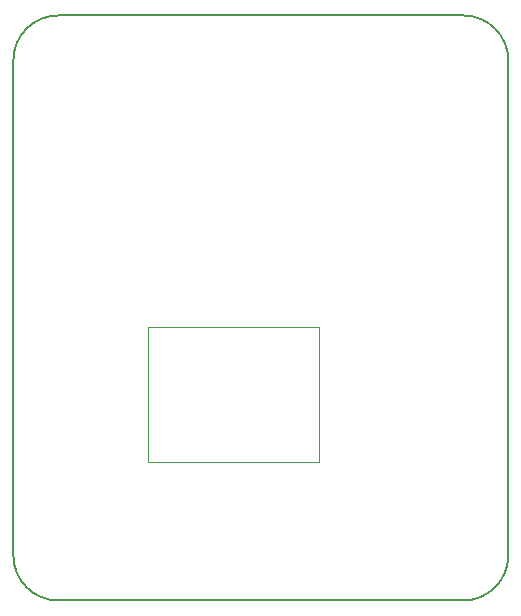
<source format=gbr>
G04 #@! TF.GenerationSoftware,KiCad,Pcbnew,(5.1.6)-1*
G04 #@! TF.CreationDate,2020-07-11T11:36:55-07:00*
G04 #@! TF.ProjectId,stepper_analyzer,73746570-7065-4725-9f61-6e616c797a65,rev?*
G04 #@! TF.SameCoordinates,Original*
G04 #@! TF.FileFunction,Profile,NP*
%FSLAX46Y46*%
G04 Gerber Fmt 4.6, Leading zero omitted, Abs format (unit mm)*
G04 Created by KiCad (PCBNEW (5.1.6)-1) date 2020-07-11 11:36:55*
%MOMM*%
%LPD*%
G01*
G04 APERTURE LIST*
G04 #@! TA.AperFunction,Profile*
%ADD10C,0.150000*%
G04 #@! TD*
G04 #@! TA.AperFunction,Profile*
%ADD11C,0.100000*%
G04 #@! TD*
G04 APERTURE END LIST*
D10*
X115570000Y-60960000D02*
X149860000Y-60960000D01*
D11*
X123174000Y-98806000D02*
X123174000Y-87376000D01*
X137668000Y-98806000D02*
X123174000Y-98806000D01*
X137668000Y-87376000D02*
X137668000Y-98806000D01*
X123174000Y-87376000D02*
X137668000Y-87376000D01*
D10*
X149860000Y-60960000D02*
G75*
G02*
X153670000Y-64770000I0J-3810000D01*
G01*
X153670000Y-106680000D02*
G75*
G02*
X149860000Y-110490000I-3810000J0D01*
G01*
X115570000Y-110490000D02*
G75*
G02*
X111760000Y-106680000I0J3810000D01*
G01*
X111760000Y-64770000D02*
G75*
G02*
X115570000Y-60960000I3810000J0D01*
G01*
X111760000Y-106680000D02*
X111760000Y-64770000D01*
X149860000Y-110490000D02*
X115570000Y-110490000D01*
X153670000Y-64770000D02*
X153670000Y-106680000D01*
M02*

</source>
